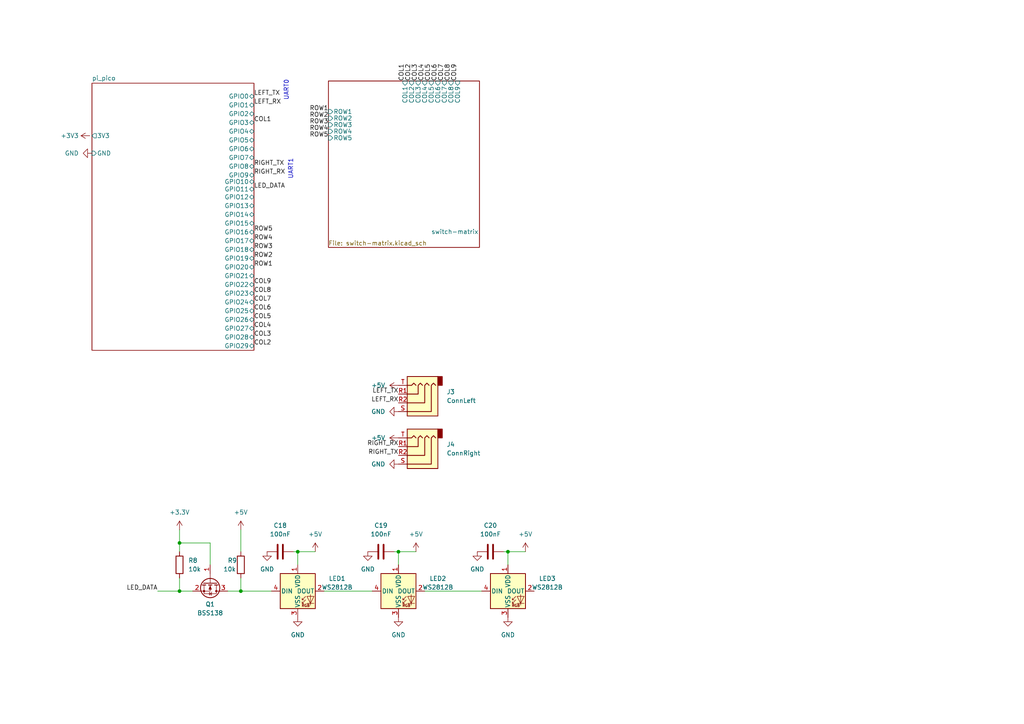
<source format=kicad_sch>
(kicad_sch (version 20230121) (generator eeschema)
  (paper "A4")
  (lib_symbols
    (symbol "Connector_Audio:AudioJack4"
      (property "Reference" "J" (at 0 8.89 0))
      (property "Value" "AudioJack4" (at 0 6.35 0))
      (symbol "AudioJack4_0_1"
        (rectangle (start -6.35 -5.08) (end -7.62 -7.62) (stroke (width 0.254)) (fill (type outline)))
        (polyline (pts (xy 0 -5.08) (xy 0.635 -5.715) (xy 1.27 -5.08) (xy 2.54 -5.08)) (stroke (width 0.254)))
        (polyline (pts (xy -5.715 -5.08) (xy -5.08 -5.715) (xy -4.445 -5.08) (xy -4.445 2.54) (xy 2.54 2.54)) (stroke (width 0.254)))
        (polyline (pts (xy -1.905 -5.08) (xy -1.27 -5.715) (xy -0.635 -5.08) (xy -0.635 -2.54) (xy 2.54 -2.54)) (stroke (width 0.254)))
        (polyline (pts (xy 2.54 0) (xy -2.54 0) (xy -2.54 -5.08) (xy -3.175 -5.715) (xy -3.81 -5.08)) (stroke (width 0.254)))
        (rectangle (start 2.54 3.81) (end -6.35 -7.62) (stroke (width 0.254)) (fill (type background)))
      )
      (symbol "AudioJack4_1_1"
        (pin passive line (at 5.08 -2.54 180) (length 2.54) (name "~") (number "R1"))
        (pin passive line (at 5.08 0 180) (length 2.54) (name "~") (number "R2"))
        (pin passive line (at 5.08 2.54 180) (length 2.54) (name "~") (number "S"))
        (pin passive line (at 5.08 -5.08 180) (length 2.54) (name "~") (number "T"))
      )
    )
    (symbol "Device:C" (pin_numbers hide) (pin_names (offset 0.254))
      (property "Reference" "C" (at 0.635 2.54 0))
      (property "Value" "C" (at 0.635 -2.54 0))
      (symbol "C_0_1"
        (polyline (pts (xy -2.032 -0.762) (xy 2.032 -0.762)) (stroke (width 0.508)))
        (polyline (pts (xy -2.032 0.762) (xy 2.032 0.762)) (stroke (width 0.508)))
      )
      (symbol "C_1_1"
        (pin passive line (at 0 3.81 270) (length 2.794) (name "~") (number "1"))
        (pin passive line (at 0 -3.81 90) (length 2.794) (name "~") (number "2"))
      )
    )
    (symbol "Device:R" (pin_numbers hide) (pin_names (offset 0))
      (property "Reference" "R" (at 2.032 0 90))
      (property "Value" "R" (at 0 0 90))
      (symbol "R_0_1"
        (rectangle (start -1.016 -2.54) (end 1.016 2.54) (stroke (width 0.254)))
      )
      (symbol "R_1_1"
        (pin passive line (at 0 3.81 270) (length 1.27) (name "~") (number "1"))
        (pin passive line (at 0 -3.81 90) (length 1.27) (name "~") (number "2"))
      )
    )
    (symbol "LED:WS2812B" (pin_names (offset 0.254))
      (property "Reference" "D" (at 5.08 5.715 0))
      (property "Value" "WS2812B" (at 1.27 -5.715 0))
      (symbol "WS2812B_0_0"
        (text "RGB" (at 2.286 -4.191 0) (effects (font (size 0.762 0.762))))
      )
      (symbol "WS2812B_0_1"
        (polyline (pts (xy 1.27 -3.556) (xy 1.778 -3.556)))
        (polyline (pts (xy 1.27 -2.54) (xy 1.778 -2.54)))
        (polyline (pts (xy 4.699 -3.556) (xy 2.667 -3.556)))
        (polyline (pts (xy 2.286 -2.54) (xy 1.27 -3.556) (xy 1.27 -3.048)))
        (polyline (pts (xy 2.286 -1.524) (xy 1.27 -2.54) (xy 1.27 -2.032)))
        (polyline (pts (xy 3.683 -1.016) (xy 3.683 -3.556) (xy 3.683 -4.064)))
        (polyline (pts (xy 4.699 -1.524) (xy 2.667 -1.524) (xy 3.683 -3.556) (xy 4.699 -1.524)))
        (rectangle (start 5.08 5.08) (end -5.08 -5.08) (stroke (width 0.254)) (fill (type background)))
      )
      (symbol "WS2812B_1_1"
        (pin power_in line (at 0 7.62 270) (length 2.54) (name "VDD") (number "1"))
        (pin output line (at 7.62 0 180) (length 2.54) (name "DOUT") (number "2"))
        (pin power_in line (at 0 -7.62 90) (length 2.54) (name "VSS") (number "3"))
        (pin input line (at -7.62 0 0) (length 2.54) (name "DIN") (number "4"))
      )
    )
    (symbol "Transistor_FET:BSS138" (pin_names hide)
      (property "Reference" "Q" (at 5.08 1.905 0))
      (property "Value" "BSS138" (at 5.08 0 0))
      (symbol "BSS138_0_1"
        (polyline (pts (xy 0.254 0) (xy -2.54 0)))
        (polyline (pts (xy 0.254 1.905) (xy 0.254 -1.905)) (stroke (width 0.254)))
        (polyline (pts (xy 0.762 -1.27) (xy 0.762 -2.286)) (stroke (width 0.254)))
        (polyline (pts (xy 0.762 0.508) (xy 0.762 -0.508)) (stroke (width 0.254)))
        (polyline (pts (xy 0.762 2.286) (xy 0.762 1.27)) (stroke (width 0.254)))
        (polyline (pts (xy 2.54 2.54) (xy 2.54 1.778)))
        (polyline (pts (xy 2.54 -2.54) (xy 2.54 0) (xy 0.762 0)))
        (polyline (pts (xy 0.762 -1.778) (xy 3.302 -1.778) (xy 3.302 1.778) (xy 0.762 1.778)))
        (polyline (pts (xy 1.016 0) (xy 2.032 0.381) (xy 2.032 -0.381) (xy 1.016 0)) (fill (type outline)))
        (polyline (pts (xy 2.794 0.508) (xy 2.921 0.381) (xy 3.683 0.381) (xy 3.81 0.254)))
        (polyline (pts (xy 3.302 0.381) (xy 2.921 -0.254) (xy 3.683 -0.254) (xy 3.302 0.381)))
        (circle (center 1.651 0) (radius 2.794) (stroke (width 0.254)))
        (circle (center 2.54 -1.778) (radius 0.254) (fill (type outline)))
        (circle (center 2.54 1.778) (radius 0.254) (fill (type outline)))
      )
      (symbol "BSS138_1_1"
        (pin input line (at -5.08 0 0) (length 2.54) (name "G") (number "1"))
        (pin passive line (at 2.54 -5.08 90) (length 2.54) (name "S") (number "2"))
        (pin passive line (at 2.54 5.08 270) (length 2.54) (name "D") (number "3"))
      )
    )
    (symbol "power:+3.3V" (power) (pin_names (offset 0))
      (property "Value" "+3.3V" (at 0 3.556 0))
      (symbol "+3.3V_0_1"
        (polyline (pts (xy -0.762 1.27) (xy 0 2.54)))
        (polyline (pts (xy 0 0) (xy 0 2.54)))
        (polyline (pts (xy 0 2.54) (xy 0.762 1.27)))
      )
      (symbol "+3.3V_1_1"
        (pin power_in line (at 0 0 90) (length 0) hide (name "+3.3V") (number "1"))
      )
    )
    (symbol "power:+3V3" (power) (pin_names (offset 0))
      (property "Value" "+3V3" (at 0 3.556 0))
      (symbol "+3V3_0_1"
        (polyline (pts (xy -0.762 1.27) (xy 0 2.54)))
        (polyline (pts (xy 0 0) (xy 0 2.54)))
        (polyline (pts (xy 0 2.54) (xy 0.762 1.27)))
      )
      (symbol "+3V3_1_1"
        (pin power_in line (at 0 0 90) (length 0) hide (name "+3V3") (number "1"))
      )
    )
    (symbol "power:+5V" (power) (pin_names (offset 0))
      (property "Value" "+5V" (at 0 3.556 0))
      (symbol "+5V_0_1"
        (polyline (pts (xy -0.762 1.27) (xy 0 2.54)))
        (polyline (pts (xy 0 0) (xy 0 2.54)))
        (polyline (pts (xy 0 2.54) (xy 0.762 1.27)))
      )
      (symbol "+5V_1_1"
        (pin power_in line (at 0 0 90) (length 0) hide (name "+5V") (number "1"))
      )
    )
    (symbol "power:GND" (power) (pin_names (offset 0))
      (property "Value" "GND" (at 0 -3.81 0))
      (symbol "GND_0_1"
        (polyline (pts (xy 0 0) (xy 0 -1.27) (xy 1.27 -1.27) (xy 0 -2.54) (xy -1.27 -1.27) (xy 0 -1.27)))
      )
      (symbol "GND_1_1"
        (pin power_in line (at 0 0 270) (length 0) hide (name "GND") (number "1"))
      )
    )
  )
  (junction (at 69.85 171.45))
  (junction (at 86.36 160.02))
  (junction (at 52.07 171.45))
  (junction (at 52.07 157.48))
  (junction (at 147.32 160.02))
  (junction (at 115.57 160.02))
  (wire (pts (xy 115.57 160.02) (xy 115.57 163.83)))
  (wire (pts (xy 93.98 171.45) (xy 107.95 171.45)))
  (wire (pts (xy 52.07 171.45) (xy 55.88 171.45)))
  (wire (pts (xy 60.96 157.48) (xy 60.96 163.83)))
  (wire (pts (xy 86.36 160.02) (xy 91.44 160.02)))
  (wire (pts (xy 123.19 171.45) (xy 139.7 171.45)))
  (wire (pts (xy 52.07 157.48) (xy 60.96 157.48)))
  (wire (pts (xy 146.05 160.02) (xy 147.32 160.02)))
  (wire (pts (xy 69.85 171.45) (xy 78.74 171.45)))
  (wire (pts (xy 66.04 171.45) (xy 69.85 171.45)))
  (wire (pts (xy 52.07 153.67) (xy 52.07 157.48)))
  (wire (pts (xy 86.36 160.02) (xy 86.36 163.83)))
  (wire (pts (xy 85.09 160.02) (xy 86.36 160.02)))
  (wire (pts (xy 69.85 167.64) (xy 69.85 171.45)))
  (wire (pts (xy 147.32 160.02) (xy 147.32 163.83)))
  (wire (pts (xy 115.57 160.02) (xy 120.65 160.02)))
  (wire (pts (xy 45.72 171.45) (xy 52.07 171.45)))
  (wire (pts (xy 69.85 153.67) (xy 69.85 160.02)))
  (wire (pts (xy 114.3 160.02) (xy 115.57 160.02)))
  (wire (pts (xy 147.32 160.02) (xy 152.4 160.02)))
  (wire (pts (xy 52.07 157.48) (xy 52.07 160.02)))
  (wire (pts (xy 52.07 167.64) (xy 52.07 171.45)))
  (text "UART0\n" (at 83.82 29.21 90) (effects (font (size 1.27 1.27)) (justify left bottom)))
  (text "UART1" (at 85.09 52.07 90) (effects (font (size 1.27 1.27)) (justify left bottom)))
  (label "COL2" (at 73.66 100.33 0))
  (label "LED_DATA" (at 45.72 171.45 180))
  (label "LEFT_TX" (at 115.57 114.3 180))
  (label "ROW5" (at 95.25 40.005 180))
  (label "COL1" (at 117.475 23.495 90))
  (label "ROW3" (at 73.66 72.39 0))
  (label "LEFT_RX" (at 73.66 30.48 0))
  (label "ROW5" (at 73.66 67.31 0))
  (label "COL9" (at 132.715 23.495 90))
  (label "COL8" (at 73.66 85.09 0))
  (label "COL3" (at 121.285 23.495 90))
  (label "ROW1" (at 73.66 77.47 0))
  (label "ROW2" (at 95.25 34.29 180))
  (label "ROW3" (at 95.25 36.195 180))
  (label "COL6" (at 73.66 90.17 0))
  (label "COL4" (at 123.19 23.495 90))
  (label "ROW1" (at 95.25 32.385 180))
  (label "COL1" (at 73.66 35.56 0))
  (label "LEFT_RX" (at 115.57 116.84 180))
  (label "RIGHT_TX" (at 73.66 48.26 0))
  (label "ROW4" (at 73.66 69.85 0))
  (label "RIGHT_RX" (at 115.57 129.54 180))
  (label "COL7" (at 73.66 87.63 0))
  (label "COL4" (at 73.66 95.25 0))
  (label "COL9" (at 73.66 82.55 0))
  (label "COL5" (at 125.095 23.495 90))
  (label "COL8" (at 130.81 23.495 90))
  (label "COL3" (at 73.66 97.79 0))
  (label "ROW4" (at 95.25 38.1 180))
  (label "ROW2" (at 73.66 74.93 0))
  (label "LED_DATA" (at 73.66 54.864 0))
  (label "RIGHT_TX" (at 115.57 132.08 180))
  (label "COL6" (at 127 23.495 90))
  (label "COL2" (at 119.38 23.495 90))
  (label "COL7" (at 128.905 23.495 90))
  (label "LEFT_TX" (at 73.66 27.94 0))
  (label "RIGHT_RX" (at 73.66 50.8 0))
  (label "COL5" (at 73.66 92.71 0))
  (symbol (lib_id "Device:C") (at 110.49 160.02 270) (unit 1)
    (property "Reference" "C19" (at 110.49 152.4 90))
    (property "Value" "100nF" (at 110.49 154.94 90))
    (property "Footprint" "Capacitor_SMD:C_0402_1005Metric" (effects hide))
    (property "LCSC" "C1525" (effects hide))
  )
  (symbol (lib_id "power:GND") (at 115.57 134.62 270) (unit 1)
    (property "Reference" "#PWR047" (effects hide))
    (property "Value" "GND" (at 111.76 134.62 90) (effects (justify right)))
  )
  (symbol (lib_id "power:+5V") (at 115.57 111.76 90) (unit 1)
    (property "Reference" "#PWR044" (effects hide))
    (property "Value" "+5V" (at 111.76 111.76 90) (effects (justify left)))
  )
  (symbol (lib_id "power:GND") (at 147.32 179.07 0) (unit 1)
    (property "Reference" "#PWR042" (effects hide))
    (property "Value" "GND" (at 147.32 184.15 0))
  )
  (symbol (lib_id "power:+3V3") (at 26.035 39.37 90) (unit 1)
    (property "Reference" "#PWR048" (effects hide))
    (property "Value" "+3V3" (at 22.86 39.37 90) (effects (justify left)))
  )
  (symbol (lib_id "power:GND") (at 86.36 179.07 0) (unit 1)
    (property "Reference" "#PWR036" (effects hide))
    (property "Value" "GND" (at 86.36 184.15 0))
  )
  (symbol (lib_id "power:+5V") (at 115.57 127 90) (unit 1)
    (property "Reference" "#PWR046" (effects hide))
    (property "Value" "+5V" (at 111.76 127 90) (effects (justify left)))
  )
  (symbol (lib_id "power:GND") (at 115.57 179.07 0) (unit 1)
    (property "Reference" "#PWR039" (effects hide))
    (property "Value" "GND" (at 115.57 184.15 0))
  )
  (symbol (lib_id "power:+3.3V") (at 52.07 153.67 0) (unit 1)
    (property "Reference" "#PWR033" (effects hide))
    (property "Value" "+3.3V" (at 52.07 148.59 0))
  )
  (symbol (lib_id "power:GND") (at 138.43 160.02 0) (unit 1)
    (property "Reference" "#PWR041" (effects hide))
    (property "Value" "GND" (at 138.43 165.1 0))
  )
  (symbol (lib_id "power:GND") (at 115.57 119.38 270) (unit 1)
    (property "Reference" "#PWR045" (effects hide))
    (property "Value" "GND" (at 111.76 119.38 90) (effects (justify right)))
  )
  (symbol (lib_id "power:+5V") (at 120.65 160.02 0) (unit 1)
    (property "Reference" "#PWR040" (effects hide))
    (property "Value" "+5V" (at 120.65 154.94 0))
  )
  (symbol (lib_id "power:+5V") (at 152.4 160.02 0) (unit 1)
    (property "Reference" "#PWR043" (effects hide))
    (property "Value" "+5V" (at 152.4 154.94 0))
  )
  (symbol (lib_id "Device:C") (at 81.28 160.02 270) (unit 1)
    (property "Reference" "C18" (at 81.28 152.4 90))
    (property "Value" "100nF" (at 81.28 154.94 90))
    (property "Footprint" "Capacitor_SMD:C_0402_1005Metric" (effects hide))
    (property "LCSC" "C1525" (effects hide))
  )
  (symbol (lib_id "power:+5V") (at 69.85 153.67 0) (unit 1)
    (property "Reference" "#PWR034" (effects hide))
    (property "Value" "+5V" (at 69.85 148.59 0))
  )
  (symbol (lib_id "Transistor_FET:BSS138") (at 60.96 168.91 270) (unit 1)
    (property "Reference" "Q1" (at 60.96 175.26 90))
    (property "Value" "BSS138" (at 60.96 177.8 90))
    (property "Footprint" "Package_TO_SOT_SMD:SOT-23" (effects hide))
    (property "Datasheet" "https://www.onsemi.com/pub/Collateral/BSS138-D.PDF" (effects hide))
    (property "LCSC" "C78284" (effects hide))
  )
  (symbol (lib_id "LED:WS2812B") (at 115.57 171.45 0) (unit 1)
    (property "Reference" "LED2" (at 127 167.8021 0))
    (property "Value" "WS2812B" (at 127 170.3421 0))
    (property "Footprint" "LED_SMD:LED_WS2812B_PLCC4_5.0x5.0mm_P3.2mm" (effects hide))
    (property "Datasheet" "https://cdn-shop.adafruit.com/datasheets/WS2812B.pdf" (effects hide))
  )
  (symbol (lib_id "power:+5V") (at 91.44 160.02 0) (unit 1)
    (property "Reference" "#PWR037" (effects hide))
    (property "Value" "+5V" (at 91.44 154.94 0))
  )
  (symbol (lib_id "power:GND") (at 77.47 160.02 0) (unit 1)
    (property "Reference" "#PWR035" (effects hide))
    (property "Value" "GND" (at 77.47 165.1 0))
  )
  (symbol (lib_id "power:GND") (at 26.67 44.45 270) (unit 1)
    (property "Reference" "#PWR049" (effects hide))
    (property "Value" "GND" (at 22.86 44.45 90) (effects (justify right)))
  )
  (symbol (lib_id "power:GND") (at 106.68 160.02 0) (unit 1)
    (property "Reference" "#PWR038" (effects hide))
    (property "Value" "GND" (at 106.68 165.1 0))
  )
  (symbol (lib_id "Device:R") (at 69.85 163.83 0) (unit 1)
    (property "Reference" "R9" (at 66.04 162.56 0) (effects (justify left)))
    (property "Value" "10k" (at 64.77 165.1 0) (effects (justify left)))
    (property "Footprint" "Resistor_SMD:R_0603_1608Metric_Pad0.98x0.95mm_HandSolder" (effects hide))
    (property "LCSC" "C25804" (effects hide))
  )
  (symbol (lib_id "Device:R") (at 52.07 163.83 0) (unit 1)
    (property "Reference" "R8" (at 54.61 162.56 0) (effects (justify left)))
    (property "Value" "10k" (at 54.61 165.1 0) (effects (justify left)))
    (property "Footprint" "Resistor_SMD:R_0603_1608Metric_Pad0.98x0.95mm_HandSolder" (effects hide))
    (property "LCSC" "C25804" (effects hide))
  )
  (symbol (lib_id "Connector_Audio:AudioJack4") (at 120.65 116.84 180) (unit 1)
    (property "Reference" "J3" (at 129.54 113.665 0) (effects (justify right)))
    (property "Value" "ConnLeft" (at 129.54 116.205 0) (effects (justify right)))
    (property "Footprint" "audio_jack:PJ-342B" (effects hide))
    (property "LCSC" "C668606" (effects hide))
  )
  (symbol (lib_id "Device:C") (at 142.24 160.02 270) (unit 1)
    (property "Reference" "C20" (at 142.24 152.4 90))
    (property "Value" "100nF" (at 142.24 154.94 90))
    (property "Footprint" "Capacitor_SMD:C_0402_1005Metric" (effects hide))
    (property "LCSC" "C1525" (effects hide))
  )
  (symbol (lib_id "LED:WS2812B") (at 147.32 171.45 0) (unit 1)
    (property "Reference" "LED3" (at 158.75 167.8021 0))
    (property "Value" "WS2812B" (at 158.75 170.3421 0))
    (property "Footprint" "LED_SMD:LED_WS2812B_PLCC4_5.0x5.0mm_P3.2mm" (effects hide))
    (property "Datasheet" "https://cdn-shop.adafruit.com/datasheets/WS2812B.pdf" (effects hide))
  )
  (symbol (lib_id "Connector_Audio:AudioJack4") (at 120.65 132.08 180) (unit 1)
    (property "Reference" "J4" (at 129.54 128.905 0) (effects (justify right)))
    (property "Value" "ConnRight" (at 129.54 131.445 0) (effects (justify right)))
    (property "Footprint" "audio_jack:PJ-342B" (effects hide))
    (property "LCSC" "C668606" (effects hide))
  )
  (symbol (lib_id "LED:WS2812B") (at 86.36 171.45 0) (unit 1)
    (property "Reference" "LED1" (at 97.79 167.8021 0))
    (property "Value" "WS2812B" (at 97.79 170.3421 0))
    (property "Footprint" "LED_SMD:LED_WS2812B_PLCC4_5.0x5.0mm_P3.2mm" (effects hide))
    (property "Datasheet" "https://cdn-shop.adafruit.com/datasheets/WS2812B.pdf" (effects hide))
  )
  (sheet (at 26.67 24.13) (size 46.99 77.47) (stroke (width 0.1524))
    (property "Sheetname" "pi_pico" (at 26.67 23.4184 0) (effects (justify left bottom)))
    (property "Sheetfile" "pi-pico.kicad_sch" (effects hide))
    (pin "GPIO19" bidirectional (at 73.66 74.93 0))
    (pin "GPIO21" bidirectional (at 73.66 80.01 0))
    (pin "GPIO20" bidirectional (at 73.66 77.47 0))
    (pin "GPIO27" bidirectional (at 73.66 95.25 0))
    (pin "GPIO26" bidirectional (at 73.66 92.71 0))
    (pin "GPIO22" bidirectional (at 73.66 82.55 0))
    (pin "GPIO25" bidirectional (at 73.66 90.17 0))
    (pin "GPIO23" bidirectional (at 73.66 85.09 0))
    (pin "GPIO24" bidirectional (at 73.66 87.63 0))
    (pin "GPIO28" bidirectional (at 73.66 97.79 0))
    (pin "3V3" output (at 26.67 39.37 180))
    (pin "GND" input (at 26.67 44.45 180))
    (pin "GPIO29" bidirectional (at 73.66 100.33 0))
    (pin "GPIO11" bidirectional (at 73.66 54.864 0))
    (pin "GPIO12" bidirectional (at 73.66 57.15 0))
    (pin "GPIO7" bidirectional (at 73.66 45.72 0))
    (pin "GPIO10" bidirectional (at 73.66 52.705 0))
    (pin "GPIO8" bidirectional (at 73.66 48.26 0))
    (pin "GPIO6" bidirectional (at 73.66 43.18 0))
    (pin "GPIO9" bidirectional (at 73.66 50.8 0))
    (pin "GPIO15" bidirectional (at 73.66 64.77 0))
    (pin "GPIO16" bidirectional (at 73.66 67.31 0))
    (pin "GPIO14" bidirectional (at 73.66 62.23 0))
    (pin "GPIO18" bidirectional (at 73.66 72.39 0))
    (pin "GPIO17" bidirectional (at 73.66 69.85 0))
    (pin "GPIO13" bidirectional (at 73.66 59.69 0))
    (pin "GPIO3" bidirectional (at 73.66 35.56 0))
    (pin "GPIO5" bidirectional (at 73.66 40.64 0))
    (pin "GPIO2" bidirectional (at 73.66 33.02 0))
    (pin "GPIO0" bidirectional (at 73.66 27.94 0))
    (pin "GPIO4" bidirectional (at 73.66 38.1 0))
    (pin "GPIO1" bidirectional (at 73.66 30.48 0))
  )
  (sheet (at 95.25 23.495) (size 43.815 48.26) (stroke (width 0.1524))
    (property "Sheetname" "switch-matrix" (at 125.095 67.945 0) (effects (justify left bottom)))
    (property "Sheetfile" "switch-matrix.kicad_sch" (at 95.25 69.7996 0) (effects (justify left top)))
    (pin "COL9" input (at 132.715 23.495 90))
    (pin "COL7" input (at 128.905 23.495 90))
    (pin "COL8" input (at 130.81 23.495 90))
    (pin "COL5" input (at 125.095 23.495 90))
    (pin "COL6" input (at 127 23.495 90))
    (pin "COL4" input (at 123.19 23.495 90))
    (pin "ROW1" input (at 95.25 32.385 180))
    (pin "ROW2" input (at 95.25 34.29 180))
    (pin "ROW3" input (at 95.25 36.195 180))
    (pin "ROW4" input (at 95.25 38.1 180))
    (pin "ROW5" input (at 95.25 40.005 180))
    (pin "COL1" input (at 117.475 23.495 90))
    (pin "COL2" input (at 119.38 23.495 90))
    (pin "COL3" input (at 121.285 23.495 90))
  )
)
</source>
